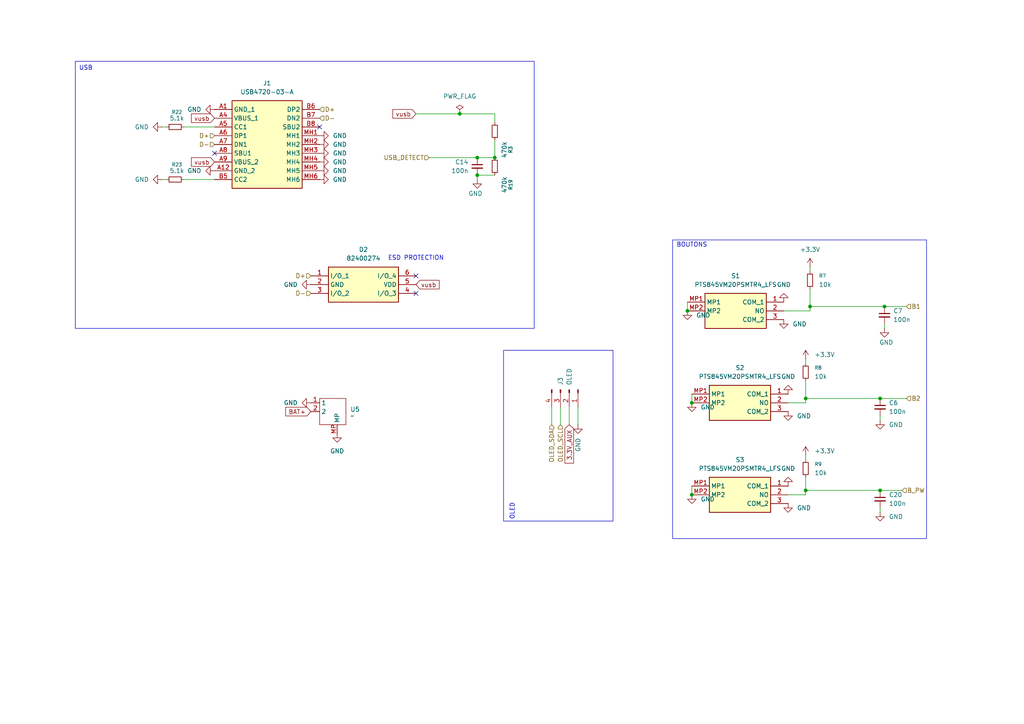
<source format=kicad_sch>
(kicad_sch (version 20250114) (generator "eeschema") (generator_version "9.0")
  (paper "A4")
  (lib_symbols
    (symbol "Connector:Conn_01x04_Pin" (pin_names (offset 1.016) (hide yes))
      (property "Reference" "J" (at 0 5.08 0))
      (property "Value" "Conn_01x04_Pin" (at 0 -7.62 0))
      (symbol "Conn_01x04_Pin_1_1"
        (rectangle (start 0.8636 2.667) (end 0 2.413) (stroke (width 0.1524)) (fill (type outline)))
        (rectangle (start 0.8636 0.127) (end 0 -0.127) (stroke (width 0.1524)) (fill (type outline)))
        (rectangle (start 0.8636 -2.413) (end 0 -2.667) (stroke (width 0.1524)) (fill (type outline)))
        (rectangle (start 0.8636 -4.953) (end 0 -5.207) (stroke (width 0.1524)) (fill (type outline)))
        (polyline (pts (xy 1.27 2.54) (xy 0.8636 2.54)) (stroke (width 0.1524)))
        (polyline (pts (xy 1.27 0) (xy 0.8636 0)) (stroke (width 0.1524)))
        (polyline (pts (xy 1.27 -2.54) (xy 0.8636 -2.54)) (stroke (width 0.1524)))
        (polyline (pts (xy 1.27 -5.08) (xy 0.8636 -5.08)) (stroke (width 0.1524)))
        (pin passive line (at 5.08 2.54 180) (length 3.81) (name "Pin_1") (number "1"))
        (pin passive line (at 5.08 0 180) (length 3.81) (name "Pin_2") (number "2"))
        (pin passive line (at 5.08 -2.54 180) (length 3.81) (name "Pin_3") (number "3"))
        (pin passive line (at 5.08 -5.08 180) (length 3.81) (name "Pin_4") (number "4"))
      )
    )
    (symbol "Device:C_Small" (pin_numbers (hide yes)) (pin_names (offset 0.254) (hide yes))
      (property "Reference" "C" (at 0.254 1.778 0))
      (property "Value" "C_Small" (at 0.254 -2.032 0))
      (symbol "C_Small_0_1"
        (polyline (pts (xy -1.524 0.508) (xy 1.524 0.508)) (stroke (width 0.3048)))
        (polyline (pts (xy -1.524 -0.508) (xy 1.524 -0.508)) (stroke (width 0.3302)))
      )
      (symbol "C_Small_1_1"
        (pin passive line (at 0 2.54 270) (length 2.032) (name "~") (number "1"))
        (pin passive line (at 0 -2.54 90) (length 2.032) (name "~") (number "2"))
      )
    )
    (symbol "R_Small_1" (pin_numbers (hide yes)) (pin_names (offset 0.254) (hide yes))
      (property "Reference" "R" (at 0 0 90))
      (property "Value" "R_Small" (at 1.778 0 90))
      (symbol "R_Small_1_0_1"
        (rectangle (start -0.762 1.778) (end 0.762 -1.778) (stroke (width 0.2032)))
      )
      (symbol "R_Small_1_1_1"
        (pin passive line (at 0 2.54 270) (length 0.762) (name "~") (number "1"))
        (pin passive line (at 0 -2.54 90) (length 0.762) (name "~") (number "2"))
      )
    )
    (symbol "fc_h7:jst_2PIN"
      (property "Reference" "U" (at 9.906 -1.524 0))
      (symbol "jst_2PIN_0_1"
        (rectangle (start 6.35 0) (end 13.97 -7.62))
      )
      (symbol "jst_2PIN_1_1"
        (pin free line (at 3.81 -1.27 0) (length 2.54) (name "1") (number "1"))
        (pin passive line (at 3.81 -3.81 0) (length 2.54) (name "2") (number "2"))
        (pin free line (at 11.43 -10.16 90) (length 2.54) (name "MP") (number "MP"))
      )
    )
    (symbol "power:+3.3V" (power) (pin_numbers (hide yes)) (pin_names (offset 0) (hide yes))
      (property "Value" "+3.3V" (at 0 3.556 0))
      (symbol "+3.3V_0_1"
        (polyline (pts (xy -0.762 1.27) (xy 0 2.54)))
        (polyline (pts (xy 0 2.54) (xy 0.762 1.27)))
        (polyline (pts (xy 0 0) (xy 0 2.54)))
      )
      (symbol "+3.3V_1_1"
        (pin power_in line (at 0 0 90) (length 0) (name "~") (number "1"))
      )
    )
    (symbol "power:GND" (power) (pin_numbers (hide yes)) (pin_names (offset 0) (hide yes))
      (property "Value" "GND" (at 0 -3.81 0))
      (symbol "GND_0_1"
        (polyline (pts (xy 0 0) (xy 0 -1.27) (xy 1.27 -1.27) (xy 0 -2.54) (xy -1.27 -1.27) (xy 0 -1.27)))
      )
      (symbol "GND_1_1"
        (pin power_in line (at 0 0 270) (length 0) (name "~") (number "1"))
      )
    )
    (symbol "power:PWR_FLAG" (power) (pin_numbers (hide yes)) (pin_names (offset 0) (hide yes))
      (property "Value" "PWR_FLAG" (at 0 3.81 0))
      (symbol "PWR_FLAG_0_0"
        (pin power_out line (at 0 0 90) (length 0) (name "~") (number "1"))
      )
      (symbol "PWR_FLAG_0_1"
        (polyline (pts (xy 0 0) (xy 0 1.27) (xy -1.016 1.905) (xy 0 2.54) (xy 1.016 1.905) (xy 0 1.27)))
      )
    )
    (symbol "pts845:PTS845VM20PSMTR4_LFS"
      (property "Reference" "S" (at 24.13 7.62 0))
      (property "Value" "PTS845VM20PSMTR4_LFS" (at 24.13 5.08 0))
      (symbol "PTS845VM20PSMTR4_LFS_1_1"
        (rectangle (start 5.08 2.54) (end 22.86 -7.62) (stroke (width 0.254)) (fill (type background)))
        (pin passive line (at 0 0 0) (length 5.08) (name "MP1") (number "MP1"))
        (pin passive line (at 0 -2.54 0) (length 5.08) (name "MP2") (number "MP2"))
        (pin passive line (at 27.94 0 180) (length 5.08) (name "COM_1") (number "1"))
        (pin passive line (at 27.94 -2.54 180) (length 5.08) (name "NO") (number "2"))
        (pin passive line (at 27.94 -5.08 180) (length 5.08) (name "COM_2") (number "3"))
      )
    )
    (symbol "samacsys2:USB4720-03-A"
      (property "Reference" "J" (at 26.67 7.62 0))
      (property "Value" "USB4720-03-A" (at 26.67 5.08 0))
      (symbol "USB4720-03-A_1_1"
        (rectangle (start 5.08 2.54) (end 25.4 -22.86) (stroke (width 0.254)) (fill (type background)))
        (pin passive line (at 0 0 0) (length 5.08) (name "GND_1") (number "A1"))
        (pin passive line (at 0 -2.54 0) (length 5.08) (name "VBUS_1") (number "A4"))
        (pin passive line (at 0 -5.08 0) (length 5.08) (name "CC1") (number "A5"))
        (pin passive line (at 0 -7.62 0) (length 5.08) (name "DP1") (number "A6"))
        (pin passive line (at 0 -10.16 0) (length 5.08) (name "DN1") (number "A7"))
        (pin passive line (at 0 -12.7 0) (length 5.08) (name "SBU1") (number "A8"))
        (pin passive line (at 0 -15.24 0) (length 5.08) (name "VBUS_2") (number "A9"))
        (pin passive line (at 0 -17.78 0) (length 5.08) (name "GND_2") (number "A12"))
        (pin passive line (at 0 -20.32 0) (length 5.08) (name "CC2") (number "B5"))
        (pin passive line (at 30.48 0 180) (length 5.08) (name "DP2") (number "B6"))
        (pin passive line (at 30.48 -2.54 180) (length 5.08) (name "DN2") (number "B7"))
        (pin passive line (at 30.48 -5.08 180) (length 5.08) (name "SBU2") (number "B8"))
        (pin passive line (at 30.48 -7.62 180) (length 5.08) (name "MH1") (number "MH1"))
        (pin passive line (at 30.48 -10.16 180) (length 5.08) (name "MH2") (number "MH2"))
        (pin passive line (at 30.48 -12.7 180) (length 5.08) (name "MH3") (number "MH3"))
        (pin passive line (at 30.48 -15.24 180) (length 5.08) (name "MH4") (number "MH4"))
        (pin passive line (at 30.48 -17.78 180) (length 5.08) (name "MH5") (number "MH5"))
        (pin passive line (at 30.48 -20.32 180) (length 5.08) (name "MH6") (number "MH6"))
      )
    )
    (symbol "samacsys:82400274"
      (property "Reference" "D" (at 26.67 7.62 0))
      (property "Value" "82400274" (at 26.67 5.08 0))
      (symbol "82400274_1_1"
        (rectangle (start 5.08 2.54) (end 25.4 -7.62) (stroke (width 0.254)) (fill (type background)))
        (pin passive line (at 0 0 0) (length 5.08) (name "I/O_1") (number "1"))
        (pin passive line (at 0 -2.54 0) (length 5.08) (name "GND") (number "2"))
        (pin passive line (at 0 -5.08 0) (length 5.08) (name "I/O_2") (number "3"))
        (pin passive line (at 30.48 0 180) (length 5.08) (name "I/O_4") (number "6"))
        (pin passive line (at 30.48 -2.54 180) (length 5.08) (name "VDD") (number "5"))
        (pin passive line (at 30.48 -5.08 180) (length 5.08) (name "I/O_3") (number "4"))
      )
    )
  )
  (rectangle (start 195.072 69.596) (end 268.732 156.21))
  (rectangle (start 146.05 151.13) (end 177.8 101.6))
  (rectangle (start 21.844 17.78) (end 154.94 95.25))
  (text "BOUTONS" (at 200.66 71.12 0) (effects (font (size 1.27 1.27))))
  (text "USB" (at 24.892 19.812 0) (effects (font (size 1.27 1.27))))
  (text "OLED" (at 148.59 148.336 90) (effects (font (size 1.27 1.27))))
  (text "ESD PROTECTION" (at 120.65 74.93 0) (effects (font (size 1.27 1.27))))
  (junction (at 199.39 90.17))
  (junction (at 143.51 45.72))
  (junction (at 234.95 88.9))
  (junction (at 200.66 116.84))
  (junction (at 255.27 142.24))
  (junction (at 138.43 45.72))
  (junction (at 200.66 143.51))
  (junction (at 255.27 115.57))
  (junction (at 138.43 50.8))
  (junction (at 256.54 88.9))
  (junction (at 133.35 33.02))
  (junction (at 233.68 142.24))
  (junction (at 233.68 115.57))
  (no_connect (at 120.65 85.09))
  (no_connect (at 62.23 44.45))
  (no_connect (at 120.65 80.01))
  (no_connect (at 92.71 36.83))
  (wire (pts (xy 160.02 123.19) (xy 160.02 118.11)))
  (wire (pts (xy 256.54 93.98) (xy 256.54 95.25)))
  (wire (pts (xy 255.27 115.57) (xy 262.89 115.57)))
  (wire (pts (xy 234.95 78.74) (xy 234.95 77.47)))
  (wire (pts (xy 162.56 123.19) (xy 162.56 118.11)))
  (wire (pts (xy 133.35 33.02) (xy 120.65 33.02)))
  (wire (pts (xy 199.39 87.63) (xy 199.39 90.17)))
  (wire (pts (xy 234.95 88.9) (xy 256.54 88.9)))
  (wire (pts (xy 53.34 52.07) (xy 62.23 52.07)))
  (wire (pts (xy 255.27 142.24) (xy 261.62 142.24)))
  (wire (pts (xy 138.43 45.72) (xy 124.46 45.72)))
  (wire (pts (xy 48.26 36.83) (xy 46.99 36.83)))
  (wire (pts (xy 233.68 138.43) (xy 233.68 142.24)))
  (wire (pts (xy 233.68 115.57) (xy 233.68 116.84)))
  (wire (pts (xy 233.68 110.49) (xy 233.68 115.57)))
  (wire (pts (xy 143.51 40.64) (xy 143.51 45.72)))
  (wire (pts (xy 200.66 114.3) (xy 200.66 116.84)))
  (wire (pts (xy 143.51 50.8) (xy 138.43 50.8)))
  (wire (pts (xy 233.68 142.24) (xy 233.68 143.51)))
  (wire (pts (xy 255.27 120.65) (xy 255.27 121.92)))
  (wire (pts (xy 255.27 147.32) (xy 255.27 148.59)))
  (wire (pts (xy 234.95 83.82) (xy 234.95 88.9)))
  (wire (pts (xy 233.68 105.41) (xy 233.68 104.14)))
  (wire (pts (xy 138.43 50.8) (xy 138.43 52.07)))
  (wire (pts (xy 234.95 90.17) (xy 234.95 88.9)))
  (wire (pts (xy 167.64 123.19) (xy 167.64 118.11)))
  (wire (pts (xy 233.68 133.35) (xy 233.68 132.08)))
  (wire (pts (xy 165.1 123.19) (xy 165.1 118.11)))
  (wire (pts (xy 228.6 143.51) (xy 233.68 143.51)))
  (wire (pts (xy 256.54 88.9) (xy 262.89 88.9)))
  (wire (pts (xy 200.66 140.97) (xy 200.66 143.51)))
  (wire (pts (xy 53.34 36.83) (xy 62.23 36.83)))
  (wire (pts (xy 233.68 115.57) (xy 255.27 115.57)))
  (wire (pts (xy 143.51 45.72) (xy 138.43 45.72)))
  (wire (pts (xy 48.26 52.07) (xy 46.99 52.07)))
  (wire (pts (xy 143.51 33.02) (xy 133.35 33.02)))
  (wire (pts (xy 233.68 142.24) (xy 255.27 142.24)))
  (wire (pts (xy 227.33 90.17) (xy 234.95 90.17)))
  (wire (pts (xy 228.6 116.84) (xy 233.68 116.84)))
  (wire (pts (xy 143.51 35.56) (xy 143.51 33.02)))
  (global_label "vusb" (shape input) (at 62.23 46.99 180) (property "Intersheetrefs" "${INTERSHEET_REFS}" (effects (hide yes))))
  (global_label "vusb" (shape input) (at 120.65 33.02 180) (property "Intersheetrefs" "${INTERSHEET_REFS}" (effects (hide yes))))
  (global_label "BAT+" (shape input) (at 90.17 119.38 180) (property "Intersheetrefs" "${INTERSHEET_REFS}" (effects (hide yes))))
  (global_label "vusb" (shape input) (at 62.23 34.29 180) (property "Intersheetrefs" "${INTERSHEET_REFS}" (effects (hide yes))))
  (global_label "vusb" (shape input) (at 120.65 82.55 0) (property "Intersheetrefs" "${INTERSHEET_REFS}" (effects (hide yes))))
  (global_label "3.3V_AUX" (shape input) (at 165.1 123.19 270) (property "Intersheetrefs" "${INTERSHEET_REFS}" (effects (hide yes))))
  (hierarchical_label "B_PW" (shape input) (at 261.62 142.24 0))
  (hierarchical_label "D-" (shape input) (at 92.71 34.29 0))
  (hierarchical_label "D-" (shape input) (at 90.17 85.09 180))
  (hierarchical_label "D+" (shape input) (at 90.17 80.01 180))
  (hierarchical_label "B1" (shape input) (at 262.89 88.9 0))
  (hierarchical_label "D+" (shape input) (at 92.71 31.75 0))
  (hierarchical_label "B2" (shape input) (at 262.89 115.57 0))
  (hierarchical_label "D-" (shape input) (at 62.23 41.91 180))
  (hierarchical_label "USB_DETECT" (shape input) (at 124.46 45.72 180))
  (hierarchical_label "D+" (shape input) (at 62.23 39.37 180))
  (hierarchical_label "OLED_SDA" (shape input) (at 160.02 123.19 270))
  (hierarchical_label "OLED_SCL" (shape input) (at 162.56 123.19 270))
  (symbol (lib_id "power:GND") (at 92.71 46.99 90) (mirror x) (unit 1)
    (property "Reference" "#PWR051" (effects (hide yes)))
    (property "Value" "GND" (at 96.52 46.9899 90) (effects (justify right)))
    (property "Description" "Power symbol creates a global label with name \"GND\" , ground" (effects (hide yes)))
  )
  (symbol (lib_id "pts845:PTS845VM20PSMTR4_LFS") (at 200.66 114.3 0) (unit 1)
    (property "Reference" "S2" (at 214.63 106.68 0))
    (property "Value" "PTS845VM20PSMTR4_LFS" (at 214.63 109.22 0))
    (property "Footprint" "samacsys:PTS845VM20PSMTR4LFS" (effects (hide yes)))
    (property "Datasheet" "https://www.ckswitches.com/media/3009/pts845.pdf" (effects (hide yes)))
    (property "Description" "Tactile Switches 50mA 12VDC, 80gf, Grey Actuator" (effects (hide yes)))
    (property "Height" "3.3" (effects (hide yes)))
    (property "Manufacturer_Name" "C & K COMPONENTS" (effects (hide yes)))
    (property "Manufacturer_Part_Number" "PTS845VM20PSMTR4 LFS" (effects (hide yes)))
    (property "Mouser Part Number" "611-PTS845VM20PSMTR4" (effects (hide yes)))
    (property "Mouser Price/Stock" "https://www.mouser.co.uk/ProductDetail/CK/PTS845VM20PSMTR4-LFS?qs=81r%252BiQLm7BQxQDX8di0zbw%3D%3D" (effects (hide yes)))
    (property "Arrow Part Number" "PTS845VM20PSMTR4 LFS" (effects (hide yes)))
    (property "Arrow Price/Stock" "https://www.arrow.com/en/products/pts845vm20psmtr4lfs/ck?region=nac" (effects (hide yes)))
  )
  (symbol (lib_id "power:GND") (at 227.33 92.71 0) (unit 1)
    (property "Reference" "#PWR058" (effects (hide yes)))
    (property "Value" "GND" (at 229.87 93.9799 0) (effects (justify left)))
    (property "Description" "Power symbol creates a global label with name \"GND\" , ground" (effects (hide yes)))
  )
  (symbol (lib_id "power:GND") (at 62.23 49.53 270) (unit 1)
    (property "Reference" "#PWR043" (effects (hide yes)))
    (property "Value" "GND" (at 58.42 49.5299 90) (effects (justify right)))
    (property "Description" "Power symbol creates a global label with name \"GND\" , ground" (effects (hide yes)))
  )
  (symbol (lib_name "R_Small_1") (lib_id "Device:R_Small") (at 143.51 38.1 0) (mirror x) (unit 1)
    (property "Reference" "R3" (at 148.082 43.434 90) (effects (font (size 1.016 1.016))))
    (property "Value" "470k" (at 146.304 43.434 90))
    (property "Footprint" "Resistor_SMD:R_0201_0603Metric_Pad0.64x0.40mm_HandSolder" (effects (hide yes)))
    (property "Description" "Resistor, small symbol" (effects (hide yes)))
  )
  (symbol (lib_id "power:GND") (at 90.17 82.55 270) (unit 1)
    (property "Reference" "#PWR036" (effects (hide yes)))
    (property "Value" "GND" (at 86.36 82.5499 90) (effects (justify right)))
    (property "Description" "Power symbol creates a global label with name \"GND\" , ground" (effects (hide yes)))
  )
  (symbol (lib_id "power:GND") (at 200.66 143.51 0) (unit 1)
    (property "Reference" "#PWR07" (effects (hide yes)))
    (property "Value" "GND" (at 203.2 144.7799 0) (effects (justify left)))
    (property "Description" "Power symbol creates a global label with name \"GND\" , ground" (effects (hide yes)))
  )
  (symbol (lib_name "R_Small_1") (lib_id "Device:R_Small") (at 233.68 107.95 180) (unit 1)
    (property "Reference" "R8" (at 236.22 106.6799 0) (effects (font (size 1.016 1.016)) (justify right)))
    (property "Value" "10k" (at 236.22 109.2199 0) (effects (justify right)))
    (property "Footprint" "Resistor_SMD:R_0201_0603Metric_Pad0.64x0.40mm_HandSolder" (effects (hide yes)))
    (property "Description" "Resistor, small symbol" (effects (hide yes)))
  )
  (symbol (lib_id "Device:C_Small") (at 256.54 91.44 0) (unit 1)
    (property "Reference" "C7" (at 259.08 90.1762 0) (effects (justify left)))
    (property "Value" "100n" (at 259.08 92.7162 0) (effects (justify left)))
    (property "Footprint" "Capacitor_SMD:C_0201_0603Metric_Pad0.64x0.40mm_HandSolder" (effects (hide yes)))
    (property "Description" "Unpolarized capacitor, small symbol" (effects (hide yes)))
  )
  (symbol (lib_name "R_Small_1") (lib_id "Device:R_Small") (at 233.68 135.89 180) (unit 1)
    (property "Reference" "R9" (at 236.22 134.6199 0) (effects (font (size 1.016 1.016)) (justify right)))
    (property "Value" "10k" (at 236.22 137.1599 0) (effects (justify right)))
    (property "Footprint" "Resistor_SMD:R_0201_0603Metric_Pad0.64x0.40mm_HandSolder" (effects (hide yes)))
    (property "Description" "Resistor, small symbol" (effects (hide yes)))
  )
  (symbol (lib_id "power:GND") (at 92.71 41.91 90) (mirror x) (unit 1)
    (property "Reference" "#PWR045" (effects (hide yes)))
    (property "Value" "GND" (at 96.52 41.9099 90) (effects (justify right)))
    (property "Description" "Power symbol creates a global label with name \"GND\" , ground" (effects (hide yes)))
  )
  (symbol (lib_id "Device:C_Small") (at 138.43 48.26 0) (mirror y) (unit 1)
    (property "Reference" "C14" (at 135.89 46.9962 0) (effects (justify left)))
    (property "Value" "100n" (at 135.89 49.5362 0) (effects (justify left)))
    (property "Footprint" "Capacitor_SMD:C_0201_0603Metric_Pad0.64x0.40mm_HandSolder" (effects (hide yes)))
    (property "Description" "Unpolarized capacitor, small symbol" (effects (hide yes)))
  )
  (symbol (lib_id "samacsys2:USB4720-03-A") (at 62.23 31.75 0) (unit 1)
    (property "Reference" "J1" (at 77.47 24.13 0))
    (property "Value" "USB4720-03-A" (at 77.47 26.67 0))
    (property "Footprint" "samacsys2:USB472003A" (effects (hide yes)))
    (property "Datasheet" "https://www.gct.co/files/drawings/USB4720.pdf" (effects (hide yes)))
    (property "Description" "USB Connectors USB2.0 TypeC Recpt., 3u Gold, 16P Horz Mid Mount SMT, 1.13mm O-set, IP67" (effects (hide yes)))
    (property "Height" "3.9" (effects (hide yes)))
    (property "Manufacturer_Name" "GCT (GLOBAL CONNECTOR TECHNOLOGY)" (effects (hide yes)))
    (property "Manufacturer_Part_Number" "USB4720-03-A" (effects (hide yes)))
    (property "Mouser Part Number" "640-USB472003A" (effects (hide yes)))
    (property "Mouser Price/Stock" "https://www.mouser.co.uk/ProductDetail/GCT/USB4720-03-A?qs=Z%252BL2brAPG1IK%252BbxHmYg8zQ%3D%3D" (effects (hide yes)))
  )
  (symbol (lib_id "power:+3.3V") (at 233.68 132.08 0) (unit 1)
    (property "Reference" "#PWR049" (effects (hide yes)))
    (property "Value" "+3.3V" (at 236.22 130.8099 0) (effects (justify left)))
    (property "Description" "Power symbol creates a global label with name \"+3.3V\"" (effects (hide yes)))
  )
  (symbol (lib_id "power:GND") (at 228.6 146.05 0) (unit 1)
    (property "Reference" "#PWR010" (effects (hide yes)))
    (property "Value" "GND" (at 231.14 147.3199 0) (effects (justify left)))
    (property "Description" "Power symbol creates a global label with name \"GND\" , ground" (effects (hide yes)))
  )
  (symbol (lib_id "power:GND") (at 227.33 87.63 180) (unit 1)
    (property "Reference" "#PWR059" (effects (hide yes)))
    (property "Value" "GND" (at 227.33 82.55 0))
    (property "Description" "Power symbol creates a global label with name \"GND\" , ground" (effects (hide yes)))
  )
  (symbol (lib_id "power:GND") (at 255.27 148.59 0) (unit 1)
    (property "Reference" "#PWR050" (effects (hide yes)))
    (property "Value" "GND" (at 257.81 149.8599 0) (effects (justify left)))
    (property "Description" "Power symbol creates a global label with name \"GND\" , ground" (effects (hide yes)))
  )
  (symbol (lib_name "R_Small_1") (lib_id "Device:R_Small") (at 234.95 81.28 180) (unit 1)
    (property "Reference" "R7" (at 237.49 80.0099 0) (effects (font (size 1.016 1.016)) (justify right)))
    (property "Value" "10k" (at 237.49 82.5499 0) (effects (justify right)))
    (property "Footprint" "Resistor_SMD:R_0201_0603Metric_Pad0.64x0.40mm_HandSolder" (effects (hide yes)))
    (property "Description" "Resistor, small symbol" (effects (hide yes)))
  )
  (symbol (lib_name "R_Small_1") (lib_id "Device:R_Small") (at 50.8 36.83 270) (mirror x) (unit 1)
    (property "Reference" "R22" (at 51.308 32.512 90) (effects (font (size 1.016 1.016))))
    (property "Value" "5.1k" (at 51.308 34.29 90))
    (property "Footprint" "Resistor_SMD:R_0201_0603Metric_Pad0.64x0.40mm_HandSolder" (effects (hide yes)))
    (property "Description" "Resistor, small symbol" (effects (hide yes)))
  )
  (symbol (lib_id "samacsys:82400274") (at 90.17 80.01 0) (unit 1)
    (property "Reference" "D2" (at 105.41 72.39 0))
    (property "Value" "82400274" (at 105.41 74.93 0))
    (property "Footprint" "samacsys:SOT65P210X110-6N" (effects (hide yes)))
    (property "Datasheet" "https://katalog.we-online.com/pbs/datasheet/82400274.pdf" (effects (hide yes)))
    (property "Description" "TVS Diode Array WE-TVS 4-Ch+VDD 5V SC70 Wurth Elektronik 82400274, Quad Uni-Directional TVS Diode Array, 6-Pin SC-70" (effects (hide yes)))
    (property "Height" "1.1" (effects (hide yes)))
    (property "Mouser Part Number" "710-82400274" (effects (hide yes)))
    (property "Mouser Price/Stock" "https://www.mouser.co.uk/ProductDetail/Wurth-Elektronik/82400274?qs=2kOmHSv6VfQD871MY%252BLLLQ%3D%3D" (effects (hide yes)))
    (property "Manufacturer_Name" "Wurth Elektronik" (effects (hide yes)))
    (property "Manufacturer_Part_Number" "82400274" (effects (hide yes)))
  )
  (symbol (lib_id "power:GND") (at 199.39 90.17 0) (unit 1)
    (property "Reference" "#PWR060" (effects (hide yes)))
    (property "Value" "GND" (at 201.93 91.4399 0) (effects (justify left)))
    (property "Description" "Power symbol creates a global label with name \"GND\" , ground" (effects (hide yes)))
  )
  (symbol (lib_id "power:+3.3V") (at 234.95 77.47 0) (unit 1)
    (property "Reference" "#PWR013" (effects (hide yes)))
    (property "Value" "+3.3V" (at 234.95 72.39 0))
    (property "Description" "Power symbol creates a global label with name \"+3.3V\"" (effects (hide yes)))
  )
  (symbol (lib_id "power:GND") (at 92.71 49.53 90) (mirror x) (unit 1)
    (property "Reference" "#PWR052" (effects (hide yes)))
    (property "Value" "GND" (at 96.52 49.5299 90) (effects (justify right)))
    (property "Description" "Power symbol creates a global label with name \"GND\" , ground" (effects (hide yes)))
  )
  (symbol (lib_id "Device:C_Small") (at 255.27 144.78 0) (unit 1)
    (property "Reference" "C20" (at 257.81 143.5162 0) (effects (justify left)))
    (property "Value" "100n" (at 257.81 146.0562 0) (effects (justify left)))
    (property "Footprint" "Capacitor_SMD:C_0201_0603Metric_Pad0.64x0.40mm_HandSolder" (effects (hide yes)))
    (property "Description" "Unpolarized capacitor, small symbol" (effects (hide yes)))
  )
  (symbol (lib_id "power:GND") (at 228.6 114.3 180) (unit 1)
    (property "Reference" "#PWR057" (effects (hide yes)))
    (property "Value" "GND" (at 228.6 109.22 0))
    (property "Description" "Power symbol creates a global label with name \"GND\" , ground" (effects (hide yes)))
  )
  (symbol (lib_id "power:PWR_FLAG") (at 133.35 33.02 0) (unit 1)
    (property "Reference" "#FLG04" (effects (hide yes)))
    (property "Value" "PWR_FLAG" (at 133.35 27.94 0))
    (property "Description" "Special symbol for telling ERC where power comes from" (effects (hide yes)))
  )
  (symbol (lib_id "power:GND") (at 228.6 119.38 0) (unit 1)
    (property "Reference" "#PWR055" (effects (hide yes)))
    (property "Value" "GND" (at 231.14 120.6499 0) (effects (justify left)))
    (property "Description" "Power symbol creates a global label with name \"GND\" , ground" (effects (hide yes)))
  )
  (symbol (lib_id "power:GND") (at 256.54 95.25 0) (unit 1)
    (property "Reference" "#PWR012" (effects (hide yes)))
    (property "Value" "GND" (at 255.016 99.314 0) (effects (justify left)))
    (property "Description" "Power symbol creates a global label with name \"GND\" , ground" (effects (hide yes)))
  )
  (symbol (lib_id "pts845:PTS845VM20PSMTR4_LFS") (at 199.39 87.63 0) (unit 1)
    (property "Reference" "S1" (at 213.36 80.01 0))
    (property "Value" "PTS845VM20PSMTR4_LFS" (at 213.36 82.55 0))
    (property "Footprint" "samacsys:PTS845VM20PSMTR4LFS" (effects (hide yes)))
    (property "Datasheet" "https://www.ckswitches.com/media/3009/pts845.pdf" (effects (hide yes)))
    (property "Description" "Tactile Switches 50mA 12VDC, 80gf, Grey Actuator" (effects (hide yes)))
    (property "Height" "3.3" (effects (hide yes)))
    (property "Manufacturer_Name" "C & K COMPONENTS" (effects (hide yes)))
    (property "Manufacturer_Part_Number" "PTS845VM20PSMTR4 LFS" (effects (hide yes)))
    (property "Mouser Part Number" "611-PTS845VM20PSMTR4" (effects (hide yes)))
    (property "Mouser Price/Stock" "https://www.mouser.co.uk/ProductDetail/CK/PTS845VM20PSMTR4-LFS?qs=81r%252BiQLm7BQxQDX8di0zbw%3D%3D" (effects (hide yes)))
    (property "Arrow Part Number" "PTS845VM20PSMTR4 LFS" (effects (hide yes)))
    (property "Arrow Price/Stock" "https://www.arrow.com/en/products/pts845vm20psmtr4lfs/ck?region=nac" (effects (hide yes)))
  )
  (symbol (lib_id "power:GND") (at 200.66 116.84 0) (unit 1)
    (property "Reference" "#PWR056" (effects (hide yes)))
    (property "Value" "GND" (at 203.2 118.1099 0) (effects (justify left)))
    (property "Description" "Power symbol creates a global label with name \"GND\" , ground" (effects (hide yes)))
  )
  (symbol (lib_name "R_Small_1") (lib_id "Device:R_Small") (at 143.51 48.26 0) (mirror x) (unit 1)
    (property "Reference" "R19" (at 148.082 53.594 90) (effects (font (size 1.016 1.016))))
    (property "Value" "470k" (at 146.304 53.594 90))
    (property "Footprint" "Resistor_SMD:R_0201_0603Metric_Pad0.64x0.40mm_HandSolder" (effects (hide yes)))
    (property "Description" "Resistor, small symbol" (effects (hide yes)))
  )
  (symbol (lib_id "pts845:PTS845VM20PSMTR4_LFS") (at 200.66 140.97 0) (unit 1)
    (property "Reference" "S3" (at 214.63 133.35 0))
    (property "Value" "PTS845VM20PSMTR4_LFS" (at 214.63 135.89 0))
    (property "Footprint" "samacsys:PTS845VM20PSMTR4LFS" (effects (hide yes)))
    (property "Datasheet" "https://www.ckswitches.com/media/3009/pts845.pdf" (effects (hide yes)))
    (property "Description" "Tactile Switches 50mA 12VDC, 80gf, Grey Actuator" (effects (hide yes)))
    (property "Height" "3.3" (effects (hide yes)))
    (property "Manufacturer_Name" "C & K COMPONENTS" (effects (hide yes)))
    (property "Manufacturer_Part_Number" "PTS845VM20PSMTR4 LFS" (effects (hide yes)))
    (property "Mouser Part Number" "611-PTS845VM20PSMTR4" (effects (hide yes)))
    (property "Mouser Price/Stock" "https://www.mouser.co.uk/ProductDetail/CK/PTS845VM20PSMTR4-LFS?qs=81r%252BiQLm7BQxQDX8di0zbw%3D%3D" (effects (hide yes)))
    (property "Arrow Part Number" "PTS845VM20PSMTR4 LFS" (effects (hide yes)))
    (property "Arrow Price/Stock" "https://www.arrow.com/en/products/pts845vm20psmtr4lfs/ck?region=nac" (effects (hide yes)))
  )
  (symbol (lib_id "power:GND") (at 138.43 52.07 0) (mirror y) (unit 1)
    (property "Reference" "#PWR048" (effects (hide yes)))
    (property "Value" "GND" (at 139.954 56.134 0) (effects (justify left)))
    (property "Description" "Power symbol creates a global label with name \"GND\" , ground" (effects (hide yes)))
  )
  (symbol (lib_id "power:GND") (at 62.23 31.75 270) (unit 1)
    (property "Reference" "#PWR042" (effects (hide yes)))
    (property "Value" "GND" (at 58.42 31.7499 90) (effects (justify right)))
    (property "Description" "Power symbol creates a global label with name \"GND\" , ground" (effects (hide yes)))
  )
  (symbol (lib_name "R_Small_1") (lib_id "Device:R_Small") (at 50.8 52.07 270) (mirror x) (unit 1)
    (property "Reference" "R23" (at 51.308 47.752 90) (effects (font (size 1.016 1.016))))
    (property "Value" "5.1k" (at 51.308 49.53 90))
    (property "Footprint" "Resistor_SMD:R_0201_0603Metric_Pad0.64x0.40mm_HandSolder" (effects (hide yes)))
    (property "Description" "Resistor, small symbol" (effects (hide yes)))
  )
  (symbol (lib_id "power:GND") (at 228.6 140.97 180) (unit 1)
    (property "Reference" "#PWR09" (effects (hide yes)))
    (property "Value" "GND" (at 228.6 135.89 0))
    (property "Description" "Power symbol creates a global label with name \"GND\" , ground" (effects (hide yes)))
  )
  (symbol (lib_id "power:GND") (at 92.71 52.07 90) (mirror x) (unit 1)
    (property "Reference" "#PWR053" (effects (hide yes)))
    (property "Value" "GND" (at 96.52 52.0699 90) (effects (justify right)))
    (property "Description" "Power symbol creates a global label with name \"GND\" , ground" (effects (hide yes)))
  )
  (symbol (lib_id "power:GND") (at 92.71 44.45 90) (mirror x) (unit 1)
    (property "Reference" "#PWR046" (effects (hide yes)))
    (property "Value" "GND" (at 96.52 44.4499 90) (effects (justify right)))
    (property "Description" "Power symbol creates a global label with name \"GND\" , ground" (effects (hide yes)))
  )
  (symbol (lib_id "power:GND") (at 90.17 116.84 270) (unit 1)
    (property "Reference" "#PWR016" (effects (hide yes)))
    (property "Value" "GND" (at 86.36 116.8399 90) (effects (justify right)))
    (property "Description" "Power symbol creates a global label with name \"GND\" , ground" (effects (hide yes)))
  )
  (symbol (lib_id "power:GND") (at 92.71 39.37 90) (mirror x) (unit 1)
    (property "Reference" "#PWR044" (effects (hide yes)))
    (property "Value" "GND" (at 96.52 39.3699 90) (effects (justify right)))
    (property "Description" "Power symbol creates a global label with name \"GND\" , ground" (effects (hide yes)))
  )
  (symbol (lib_id "power:GND") (at 255.27 121.92 0) (unit 1)
    (property "Reference" "#PWR015" (effects (hide yes)))
    (property "Value" "GND" (at 257.81 123.1899 0) (effects (justify left)))
    (property "Description" "Power symbol creates a global label with name \"GND\" , ground" (effects (hide yes)))
  )
  (symbol (lib_id "Device:C_Small") (at 255.27 118.11 0) (unit 1)
    (property "Reference" "C6" (at 257.81 116.8462 0) (effects (justify left)))
    (property "Value" "100n" (at 257.81 119.3862 0) (effects (justify left)))
    (property "Footprint" "Capacitor_SMD:C_0201_0603Metric_Pad0.64x0.40mm_HandSolder" (effects (hide yes)))
    (property "Description" "Unpolarized capacitor, small symbol" (effects (hide yes)))
  )
  (symbol (lib_id "power:GND") (at 97.79 125.73 0) (unit 1)
    (property "Reference" "#PWR037" (effects (hide yes)))
    (property "Value" "GND" (at 97.79 130.81 0))
    (property "Description" "Power symbol creates a global label with name \"GND\" , ground" (effects (hide yes)))
  )
  (symbol (lib_id "Connector:Conn_01x04_Pin") (at 165.1 113.03 270) (unit 1)
    (property "Reference" "J3" (at 162.5599 111.76 0) (effects (justify right)))
    (property "Value" "OLED" (at 165.0999 111.76 0) (effects (justify right)))
    (property "Footprint" "Connector_PinSocket_2.54mm:PinSocket_1x04_P2.54mm_Vertical" (effects (hide yes)))
    (property "Description" "Generic connector, single row, 01x04, script generated" (effects (hide yes)))
  )
  (symbol (lib_id "fc_h7:jst_2PIN") (at 86.36 115.57 0) (unit 1)
    (property "Reference" "U5" (at 101.6 118.7449 0) (effects (justify left)))
    (property "Value" "~" (at 101.6 120.65 0) (effects (justify left)))
    (property "Footprint" "Connector_JST:JST_SH_BM02B-SRSS-TB_1x02-1MP_P1.00mm_Vertical" (effects (hide yes)))
  )
  (symbol (lib_id "power:GND") (at 167.64 123.19 0) (unit 1)
    (property "Reference" "#PWR017" (effects (hide yes)))
    (property "Value" "GND" (at 167.6399 127 90) (effects (justify right)))
    (property "Description" "Power symbol creates a global label with name \"GND\" , ground" (effects (hide yes)))
  )
  (symbol (lib_id "power:GND") (at 46.99 36.83 270) (mirror x) (unit 1)
    (property "Reference" "#PWR063" (effects (hide yes)))
    (property "Value" "GND" (at 43.18 36.8299 90) (effects (justify right)))
    (property "Description" "Power symbol creates a global label with name \"GND\" , ground" (effects (hide yes)))
  )
  (symbol (lib_id "power:+3.3V") (at 233.68 104.14 0) (unit 1)
    (property "Reference" "#PWR014" (effects (hide yes)))
    (property "Value" "+3.3V" (at 236.22 102.8699 0) (effects (justify left)))
    (property "Description" "Power symbol creates a global label with name \"+3.3V\"" (effects (hide yes)))
  )
  (symbol (lib_id "power:GND") (at 46.99 52.07 270) (mirror x) (unit 1)
    (property "Reference" "#PWR064" (effects (hide yes)))
    (property "Value" "GND" (at 43.18 52.0699 90) (effects (justify right)))
    (property "Description" "Power symbol creates a global label with name \"GND\" , ground" (effects (hide yes)))
  )
)
</source>
